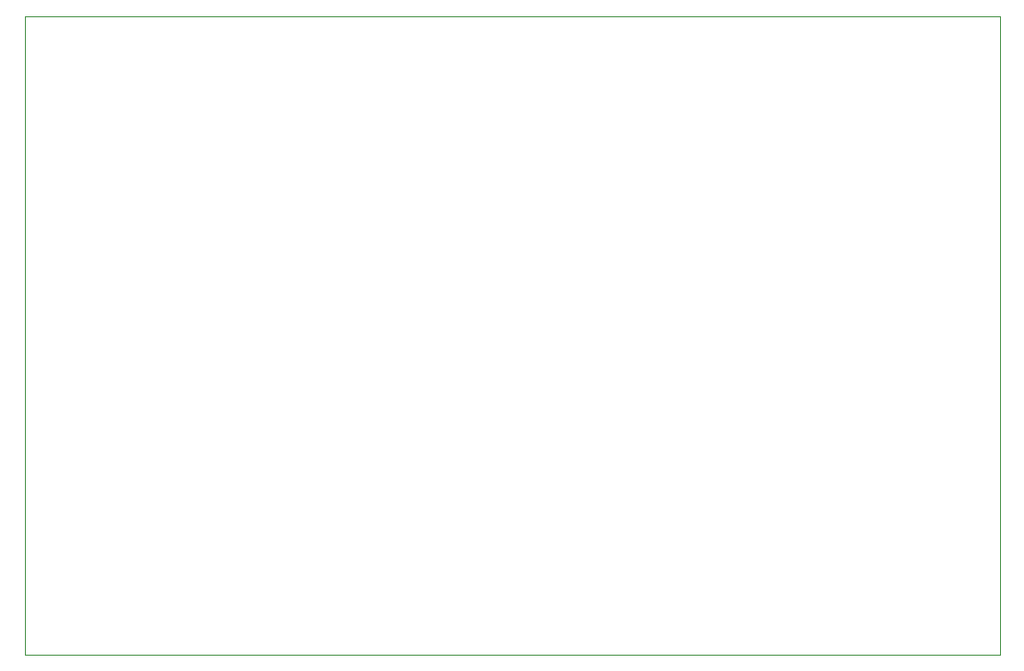
<source format=gbr>
G04 #@! TF.GenerationSoftware,KiCad,Pcbnew,(5.1.2)-1*
G04 #@! TF.CreationDate,2019-05-21T20:16:13-04:00*
G04 #@! TF.ProjectId,power_board,706f7765-725f-4626-9f61-72642e6b6963,0.2*
G04 #@! TF.SameCoordinates,PX5ad6650PY715d7c0*
G04 #@! TF.FileFunction,Profile,NP*
%FSLAX46Y46*%
G04 Gerber Fmt 4.6, Leading zero omitted, Abs format (unit mm)*
G04 Created by KiCad (PCBNEW (5.1.2)-1) date 2019-05-21 20:16:13*
%MOMM*%
%LPD*%
G04 APERTURE LIST*
%ADD10C,0.050000*%
G04 APERTURE END LIST*
D10*
X0Y0D02*
X0Y46482000D01*
X3048000Y0D02*
X0Y0D01*
X86106000Y0D02*
X3048000Y0D01*
X86106000Y13208000D02*
X86106000Y0D01*
X86106000Y56388000D02*
X86106000Y13208000D01*
X6858000Y56388000D02*
X86106000Y56388000D01*
X0Y56388000D02*
X6858000Y56388000D01*
X0Y53086000D02*
X0Y56388000D01*
X0Y46482000D02*
X0Y53086000D01*
M02*

</source>
